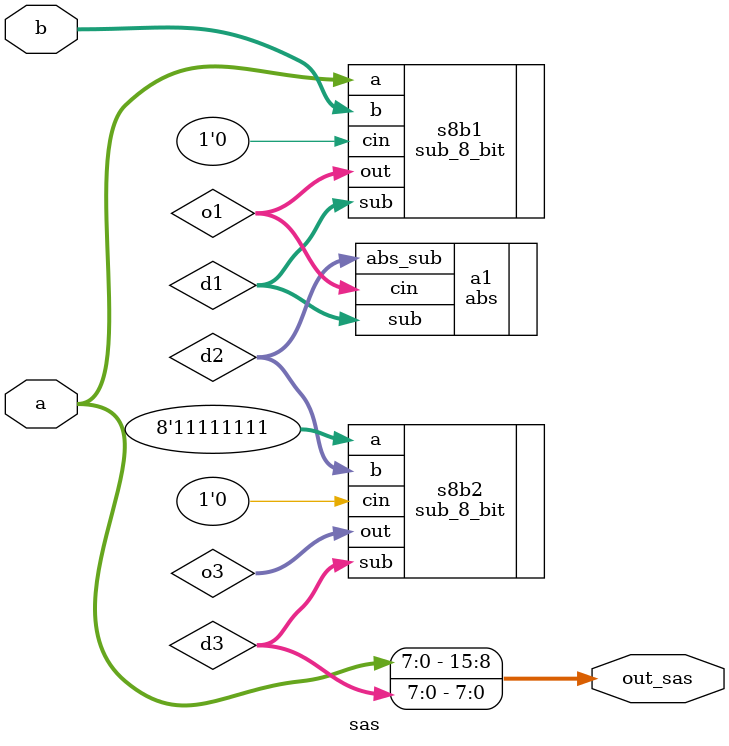
<source format=v>
module sas(
  input [7:0] a, b,
  output [15:0] out_sas
  );
  wire [7:0] d1, d2, o1, o2, d3, o3;
  sub_8_bit s8b1(.a(a), .b(b), .cin(1'b0), .sub(d1), .out(o1));
  abs a1(.sub(d1), .cin(o1), .abs_sub(d2));
  sub_8_bit s8b2(.a(8'b11111111), .b(d2), .cin(1'b0), .sub(d3), .out(o3));
  
  assign out_sas = {a,d3};
  
endmodule

</source>
